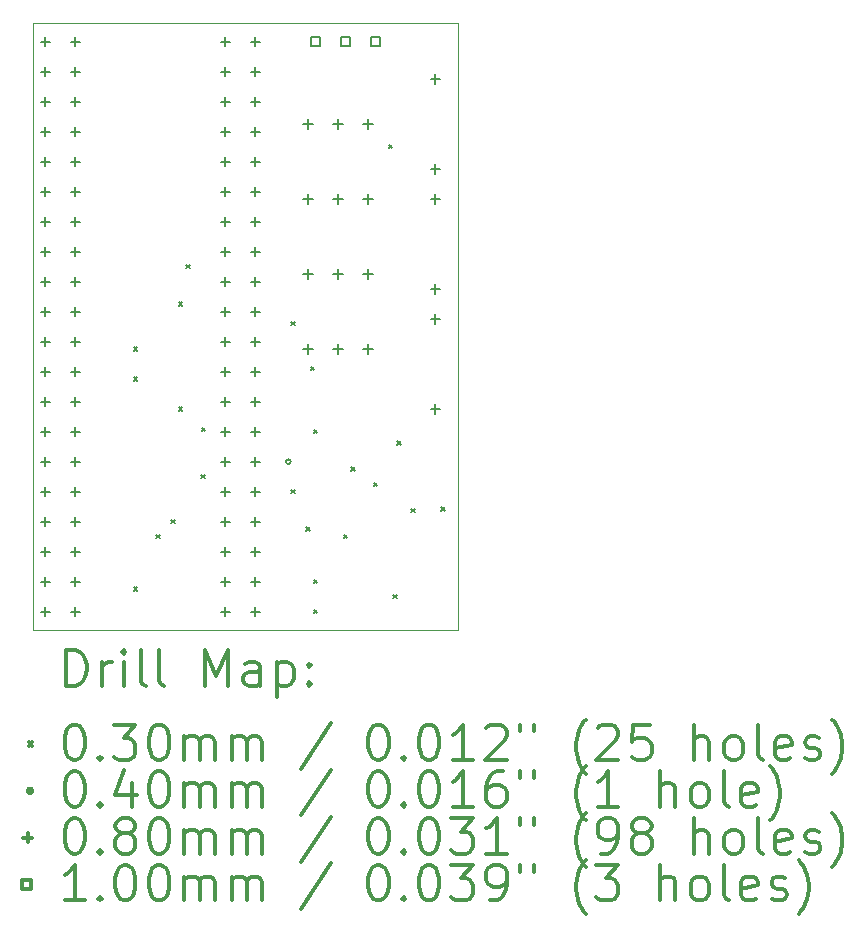
<source format=gbr>
%FSLAX45Y45*%
G04 Gerber Fmt 4.5, Leading zero omitted, Abs format (unit mm)*
G04 Created by KiCad (PCBNEW (5.1.2)-1) date 2019-11-25 21:42:11*
%MOMM*%
%LPD*%
G04 APERTURE LIST*
%ADD10C,0.050000*%
%ADD11C,0.200000*%
%ADD12C,0.300000*%
G04 APERTURE END LIST*
D10*
X9588500Y-4349750D02*
X5988050Y-4349750D01*
X9588500Y-9493250D02*
X9588500Y-4349750D01*
X5988050Y-9493250D02*
X9588500Y-9493250D01*
X5988050Y-4349750D02*
X5988050Y-9493250D01*
D11*
X6843000Y-7097000D02*
X6873000Y-7127000D01*
X6873000Y-7097000D02*
X6843000Y-7127000D01*
X6843000Y-7351000D02*
X6873000Y-7381000D01*
X6873000Y-7351000D02*
X6843000Y-7381000D01*
X6843000Y-9129000D02*
X6873000Y-9159000D01*
X6873000Y-9129000D02*
X6843000Y-9159000D01*
X7033500Y-8684500D02*
X7063500Y-8714500D01*
X7063500Y-8684500D02*
X7033500Y-8714500D01*
X7160500Y-8557500D02*
X7190500Y-8587500D01*
X7190500Y-8557500D02*
X7160500Y-8587500D01*
X7224000Y-6716000D02*
X7254000Y-6746000D01*
X7254000Y-6716000D02*
X7224000Y-6746000D01*
X7224000Y-7605000D02*
X7254000Y-7635000D01*
X7254000Y-7605000D02*
X7224000Y-7635000D01*
X7287500Y-6398500D02*
X7317500Y-6428500D01*
X7317500Y-6398500D02*
X7287500Y-6428500D01*
X7414500Y-8176500D02*
X7444500Y-8206500D01*
X7444500Y-8176500D02*
X7414500Y-8206500D01*
X7418310Y-7777720D02*
X7448310Y-7807720D01*
X7448310Y-7777720D02*
X7418310Y-7807720D01*
X8176500Y-6881100D02*
X8206500Y-6911100D01*
X8206500Y-6881100D02*
X8176500Y-6911100D01*
X8176500Y-8303500D02*
X8206500Y-8333500D01*
X8206500Y-8303500D02*
X8176500Y-8333500D01*
X8303500Y-8621000D02*
X8333500Y-8651000D01*
X8333500Y-8621000D02*
X8303500Y-8651000D01*
X8341600Y-7262100D02*
X8371600Y-7292100D01*
X8371600Y-7262100D02*
X8341600Y-7292100D01*
X8367000Y-7795500D02*
X8397000Y-7825500D01*
X8397000Y-7795500D02*
X8367000Y-7825500D01*
X8367000Y-9065500D02*
X8397000Y-9095500D01*
X8397000Y-9065500D02*
X8367000Y-9095500D01*
X8367000Y-9319500D02*
X8397000Y-9349500D01*
X8397000Y-9319500D02*
X8367000Y-9349500D01*
X8621000Y-8684500D02*
X8651000Y-8714500D01*
X8651000Y-8684500D02*
X8621000Y-8714500D01*
X8684500Y-8113000D02*
X8714500Y-8143000D01*
X8714500Y-8113000D02*
X8684500Y-8143000D01*
X8873679Y-8242321D02*
X8903679Y-8272321D01*
X8903679Y-8242321D02*
X8873679Y-8272321D01*
X9002000Y-5382500D02*
X9032000Y-5412500D01*
X9032000Y-5382500D02*
X9002000Y-5412500D01*
X9041000Y-9191600D02*
X9071000Y-9221600D01*
X9071000Y-9191600D02*
X9041000Y-9221600D01*
X9071850Y-7890750D02*
X9101850Y-7920750D01*
X9101850Y-7890750D02*
X9071850Y-7920750D01*
X9192500Y-8462250D02*
X9222500Y-8492250D01*
X9222500Y-8462250D02*
X9192500Y-8492250D01*
X9446500Y-8449550D02*
X9476500Y-8479550D01*
X9476500Y-8449550D02*
X9446500Y-8479550D01*
X8172500Y-8064500D02*
G75*
G03X8172500Y-8064500I-20000J0D01*
G01*
X8318500Y-5167000D02*
X8318500Y-5247000D01*
X8278500Y-5207000D02*
X8358500Y-5207000D01*
X8572500Y-5167000D02*
X8572500Y-5247000D01*
X8532500Y-5207000D02*
X8612500Y-5207000D01*
X8826500Y-5167000D02*
X8826500Y-5247000D01*
X8786500Y-5207000D02*
X8866500Y-5207000D01*
X9398000Y-4786000D02*
X9398000Y-4866000D01*
X9358000Y-4826000D02*
X9438000Y-4826000D01*
X9398000Y-5548000D02*
X9398000Y-5628000D01*
X9358000Y-5588000D02*
X9438000Y-5588000D01*
X8318500Y-5802000D02*
X8318500Y-5882000D01*
X8278500Y-5842000D02*
X8358500Y-5842000D01*
X8572500Y-5802000D02*
X8572500Y-5882000D01*
X8532500Y-5842000D02*
X8612500Y-5842000D01*
X8826500Y-5802000D02*
X8826500Y-5882000D01*
X8786500Y-5842000D02*
X8866500Y-5842000D01*
X8318500Y-6437000D02*
X8318500Y-6517000D01*
X8278500Y-6477000D02*
X8358500Y-6477000D01*
X8572500Y-6437000D02*
X8572500Y-6517000D01*
X8532500Y-6477000D02*
X8612500Y-6477000D01*
X8826500Y-6437000D02*
X8826500Y-6517000D01*
X8786500Y-6477000D02*
X8866500Y-6477000D01*
X6096000Y-4468500D02*
X6096000Y-4548500D01*
X6056000Y-4508500D02*
X6136000Y-4508500D01*
X6096000Y-4722500D02*
X6096000Y-4802500D01*
X6056000Y-4762500D02*
X6136000Y-4762500D01*
X6096000Y-4976500D02*
X6096000Y-5056500D01*
X6056000Y-5016500D02*
X6136000Y-5016500D01*
X6096000Y-5230500D02*
X6096000Y-5310500D01*
X6056000Y-5270500D02*
X6136000Y-5270500D01*
X6096000Y-5484500D02*
X6096000Y-5564500D01*
X6056000Y-5524500D02*
X6136000Y-5524500D01*
X6096000Y-5738500D02*
X6096000Y-5818500D01*
X6056000Y-5778500D02*
X6136000Y-5778500D01*
X6096000Y-5992500D02*
X6096000Y-6072500D01*
X6056000Y-6032500D02*
X6136000Y-6032500D01*
X6096000Y-6246500D02*
X6096000Y-6326500D01*
X6056000Y-6286500D02*
X6136000Y-6286500D01*
X6096000Y-6500500D02*
X6096000Y-6580500D01*
X6056000Y-6540500D02*
X6136000Y-6540500D01*
X6096000Y-6754500D02*
X6096000Y-6834500D01*
X6056000Y-6794500D02*
X6136000Y-6794500D01*
X6096000Y-7008500D02*
X6096000Y-7088500D01*
X6056000Y-7048500D02*
X6136000Y-7048500D01*
X6096000Y-7262500D02*
X6096000Y-7342500D01*
X6056000Y-7302500D02*
X6136000Y-7302500D01*
X6096000Y-7516500D02*
X6096000Y-7596500D01*
X6056000Y-7556500D02*
X6136000Y-7556500D01*
X6096000Y-7770500D02*
X6096000Y-7850500D01*
X6056000Y-7810500D02*
X6136000Y-7810500D01*
X6096000Y-8024500D02*
X6096000Y-8104500D01*
X6056000Y-8064500D02*
X6136000Y-8064500D01*
X6096000Y-8278500D02*
X6096000Y-8358500D01*
X6056000Y-8318500D02*
X6136000Y-8318500D01*
X6096000Y-8532500D02*
X6096000Y-8612500D01*
X6056000Y-8572500D02*
X6136000Y-8572500D01*
X6096000Y-8786500D02*
X6096000Y-8866500D01*
X6056000Y-8826500D02*
X6136000Y-8826500D01*
X6096000Y-9040500D02*
X6096000Y-9120500D01*
X6056000Y-9080500D02*
X6136000Y-9080500D01*
X6096000Y-9294500D02*
X6096000Y-9374500D01*
X6056000Y-9334500D02*
X6136000Y-9334500D01*
X7620000Y-4468500D02*
X7620000Y-4548500D01*
X7580000Y-4508500D02*
X7660000Y-4508500D01*
X7620000Y-4722500D02*
X7620000Y-4802500D01*
X7580000Y-4762500D02*
X7660000Y-4762500D01*
X7620000Y-4976500D02*
X7620000Y-5056500D01*
X7580000Y-5016500D02*
X7660000Y-5016500D01*
X7620000Y-5230500D02*
X7620000Y-5310500D01*
X7580000Y-5270500D02*
X7660000Y-5270500D01*
X7620000Y-5484500D02*
X7620000Y-5564500D01*
X7580000Y-5524500D02*
X7660000Y-5524500D01*
X7620000Y-5738500D02*
X7620000Y-5818500D01*
X7580000Y-5778500D02*
X7660000Y-5778500D01*
X7620000Y-5992500D02*
X7620000Y-6072500D01*
X7580000Y-6032500D02*
X7660000Y-6032500D01*
X7620000Y-6246500D02*
X7620000Y-6326500D01*
X7580000Y-6286500D02*
X7660000Y-6286500D01*
X7620000Y-6500500D02*
X7620000Y-6580500D01*
X7580000Y-6540500D02*
X7660000Y-6540500D01*
X7620000Y-6754500D02*
X7620000Y-6834500D01*
X7580000Y-6794500D02*
X7660000Y-6794500D01*
X7620000Y-7008500D02*
X7620000Y-7088500D01*
X7580000Y-7048500D02*
X7660000Y-7048500D01*
X7620000Y-7262500D02*
X7620000Y-7342500D01*
X7580000Y-7302500D02*
X7660000Y-7302500D01*
X7620000Y-7516500D02*
X7620000Y-7596500D01*
X7580000Y-7556500D02*
X7660000Y-7556500D01*
X7620000Y-7770500D02*
X7620000Y-7850500D01*
X7580000Y-7810500D02*
X7660000Y-7810500D01*
X7620000Y-8024500D02*
X7620000Y-8104500D01*
X7580000Y-8064500D02*
X7660000Y-8064500D01*
X7620000Y-8278500D02*
X7620000Y-8358500D01*
X7580000Y-8318500D02*
X7660000Y-8318500D01*
X7620000Y-8532500D02*
X7620000Y-8612500D01*
X7580000Y-8572500D02*
X7660000Y-8572500D01*
X7620000Y-8786500D02*
X7620000Y-8866500D01*
X7580000Y-8826500D02*
X7660000Y-8826500D01*
X7620000Y-9040500D02*
X7620000Y-9120500D01*
X7580000Y-9080500D02*
X7660000Y-9080500D01*
X7620000Y-9294500D02*
X7620000Y-9374500D01*
X7580000Y-9334500D02*
X7660000Y-9334500D01*
X6350000Y-4468500D02*
X6350000Y-4548500D01*
X6310000Y-4508500D02*
X6390000Y-4508500D01*
X6350000Y-4722500D02*
X6350000Y-4802500D01*
X6310000Y-4762500D02*
X6390000Y-4762500D01*
X6350000Y-4976500D02*
X6350000Y-5056500D01*
X6310000Y-5016500D02*
X6390000Y-5016500D01*
X6350000Y-5230500D02*
X6350000Y-5310500D01*
X6310000Y-5270500D02*
X6390000Y-5270500D01*
X6350000Y-5484500D02*
X6350000Y-5564500D01*
X6310000Y-5524500D02*
X6390000Y-5524500D01*
X6350000Y-5738500D02*
X6350000Y-5818500D01*
X6310000Y-5778500D02*
X6390000Y-5778500D01*
X6350000Y-5992500D02*
X6350000Y-6072500D01*
X6310000Y-6032500D02*
X6390000Y-6032500D01*
X6350000Y-6246500D02*
X6350000Y-6326500D01*
X6310000Y-6286500D02*
X6390000Y-6286500D01*
X6350000Y-6500500D02*
X6350000Y-6580500D01*
X6310000Y-6540500D02*
X6390000Y-6540500D01*
X6350000Y-6754500D02*
X6350000Y-6834500D01*
X6310000Y-6794500D02*
X6390000Y-6794500D01*
X6350000Y-7008500D02*
X6350000Y-7088500D01*
X6310000Y-7048500D02*
X6390000Y-7048500D01*
X6350000Y-7262500D02*
X6350000Y-7342500D01*
X6310000Y-7302500D02*
X6390000Y-7302500D01*
X6350000Y-7516500D02*
X6350000Y-7596500D01*
X6310000Y-7556500D02*
X6390000Y-7556500D01*
X6350000Y-7770500D02*
X6350000Y-7850500D01*
X6310000Y-7810500D02*
X6390000Y-7810500D01*
X6350000Y-8024500D02*
X6350000Y-8104500D01*
X6310000Y-8064500D02*
X6390000Y-8064500D01*
X6350000Y-8278500D02*
X6350000Y-8358500D01*
X6310000Y-8318500D02*
X6390000Y-8318500D01*
X6350000Y-8532500D02*
X6350000Y-8612500D01*
X6310000Y-8572500D02*
X6390000Y-8572500D01*
X6350000Y-8786500D02*
X6350000Y-8866500D01*
X6310000Y-8826500D02*
X6390000Y-8826500D01*
X6350000Y-9040500D02*
X6350000Y-9120500D01*
X6310000Y-9080500D02*
X6390000Y-9080500D01*
X6350000Y-9294500D02*
X6350000Y-9374500D01*
X6310000Y-9334500D02*
X6390000Y-9334500D01*
X7874000Y-4468500D02*
X7874000Y-4548500D01*
X7834000Y-4508500D02*
X7914000Y-4508500D01*
X7874000Y-4722500D02*
X7874000Y-4802500D01*
X7834000Y-4762500D02*
X7914000Y-4762500D01*
X7874000Y-4976500D02*
X7874000Y-5056500D01*
X7834000Y-5016500D02*
X7914000Y-5016500D01*
X7874000Y-5230500D02*
X7874000Y-5310500D01*
X7834000Y-5270500D02*
X7914000Y-5270500D01*
X7874000Y-5484500D02*
X7874000Y-5564500D01*
X7834000Y-5524500D02*
X7914000Y-5524500D01*
X7874000Y-5738500D02*
X7874000Y-5818500D01*
X7834000Y-5778500D02*
X7914000Y-5778500D01*
X7874000Y-5992500D02*
X7874000Y-6072500D01*
X7834000Y-6032500D02*
X7914000Y-6032500D01*
X7874000Y-6246500D02*
X7874000Y-6326500D01*
X7834000Y-6286500D02*
X7914000Y-6286500D01*
X7874000Y-6500500D02*
X7874000Y-6580500D01*
X7834000Y-6540500D02*
X7914000Y-6540500D01*
X7874000Y-6754500D02*
X7874000Y-6834500D01*
X7834000Y-6794500D02*
X7914000Y-6794500D01*
X7874000Y-7008500D02*
X7874000Y-7088500D01*
X7834000Y-7048500D02*
X7914000Y-7048500D01*
X7874000Y-7262500D02*
X7874000Y-7342500D01*
X7834000Y-7302500D02*
X7914000Y-7302500D01*
X7874000Y-7516500D02*
X7874000Y-7596500D01*
X7834000Y-7556500D02*
X7914000Y-7556500D01*
X7874000Y-7770500D02*
X7874000Y-7850500D01*
X7834000Y-7810500D02*
X7914000Y-7810500D01*
X7874000Y-8024500D02*
X7874000Y-8104500D01*
X7834000Y-8064500D02*
X7914000Y-8064500D01*
X7874000Y-8278500D02*
X7874000Y-8358500D01*
X7834000Y-8318500D02*
X7914000Y-8318500D01*
X7874000Y-8532500D02*
X7874000Y-8612500D01*
X7834000Y-8572500D02*
X7914000Y-8572500D01*
X7874000Y-8786500D02*
X7874000Y-8866500D01*
X7834000Y-8826500D02*
X7914000Y-8826500D01*
X7874000Y-9040500D02*
X7874000Y-9120500D01*
X7834000Y-9080500D02*
X7914000Y-9080500D01*
X7874000Y-9294500D02*
X7874000Y-9374500D01*
X7834000Y-9334500D02*
X7914000Y-9334500D01*
X9398000Y-5802000D02*
X9398000Y-5882000D01*
X9358000Y-5842000D02*
X9438000Y-5842000D01*
X9398000Y-6564000D02*
X9398000Y-6644000D01*
X9358000Y-6604000D02*
X9438000Y-6604000D01*
X8318500Y-7072000D02*
X8318500Y-7152000D01*
X8278500Y-7112000D02*
X8358500Y-7112000D01*
X8572500Y-7072000D02*
X8572500Y-7152000D01*
X8532500Y-7112000D02*
X8612500Y-7112000D01*
X8826500Y-7072000D02*
X8826500Y-7152000D01*
X8786500Y-7112000D02*
X8866500Y-7112000D01*
X9398000Y-6818000D02*
X9398000Y-6898000D01*
X9358000Y-6858000D02*
X9438000Y-6858000D01*
X9398000Y-7580000D02*
X9398000Y-7660000D01*
X9358000Y-7620000D02*
X9438000Y-7620000D01*
X8418306Y-4543056D02*
X8418306Y-4472344D01*
X8347594Y-4472344D01*
X8347594Y-4543056D01*
X8418306Y-4543056D01*
X8672306Y-4543056D02*
X8672306Y-4472344D01*
X8601594Y-4472344D01*
X8601594Y-4543056D01*
X8672306Y-4543056D01*
X8926306Y-4543056D02*
X8926306Y-4472344D01*
X8855594Y-4472344D01*
X8855594Y-4543056D01*
X8926306Y-4543056D01*
D12*
X6271978Y-9961464D02*
X6271978Y-9661464D01*
X6343407Y-9661464D01*
X6386264Y-9675750D01*
X6414836Y-9704322D01*
X6429121Y-9732893D01*
X6443407Y-9790036D01*
X6443407Y-9832893D01*
X6429121Y-9890036D01*
X6414836Y-9918607D01*
X6386264Y-9947179D01*
X6343407Y-9961464D01*
X6271978Y-9961464D01*
X6571978Y-9961464D02*
X6571978Y-9761464D01*
X6571978Y-9818607D02*
X6586264Y-9790036D01*
X6600550Y-9775750D01*
X6629121Y-9761464D01*
X6657693Y-9761464D01*
X6757693Y-9961464D02*
X6757693Y-9761464D01*
X6757693Y-9661464D02*
X6743407Y-9675750D01*
X6757693Y-9690036D01*
X6771978Y-9675750D01*
X6757693Y-9661464D01*
X6757693Y-9690036D01*
X6943407Y-9961464D02*
X6914836Y-9947179D01*
X6900550Y-9918607D01*
X6900550Y-9661464D01*
X7100550Y-9961464D02*
X7071978Y-9947179D01*
X7057693Y-9918607D01*
X7057693Y-9661464D01*
X7443407Y-9961464D02*
X7443407Y-9661464D01*
X7543407Y-9875750D01*
X7643407Y-9661464D01*
X7643407Y-9961464D01*
X7914836Y-9961464D02*
X7914836Y-9804322D01*
X7900550Y-9775750D01*
X7871978Y-9761464D01*
X7814836Y-9761464D01*
X7786264Y-9775750D01*
X7914836Y-9947179D02*
X7886264Y-9961464D01*
X7814836Y-9961464D01*
X7786264Y-9947179D01*
X7771978Y-9918607D01*
X7771978Y-9890036D01*
X7786264Y-9861464D01*
X7814836Y-9847179D01*
X7886264Y-9847179D01*
X7914836Y-9832893D01*
X8057693Y-9761464D02*
X8057693Y-10061464D01*
X8057693Y-9775750D02*
X8086264Y-9761464D01*
X8143407Y-9761464D01*
X8171978Y-9775750D01*
X8186264Y-9790036D01*
X8200550Y-9818607D01*
X8200550Y-9904322D01*
X8186264Y-9932893D01*
X8171978Y-9947179D01*
X8143407Y-9961464D01*
X8086264Y-9961464D01*
X8057693Y-9947179D01*
X8329121Y-9932893D02*
X8343407Y-9947179D01*
X8329121Y-9961464D01*
X8314836Y-9947179D01*
X8329121Y-9932893D01*
X8329121Y-9961464D01*
X8329121Y-9775750D02*
X8343407Y-9790036D01*
X8329121Y-9804322D01*
X8314836Y-9790036D01*
X8329121Y-9775750D01*
X8329121Y-9804322D01*
X5955550Y-10440750D02*
X5985550Y-10470750D01*
X5985550Y-10440750D02*
X5955550Y-10470750D01*
X6329121Y-10291464D02*
X6357693Y-10291464D01*
X6386264Y-10305750D01*
X6400550Y-10320036D01*
X6414836Y-10348607D01*
X6429121Y-10405750D01*
X6429121Y-10477179D01*
X6414836Y-10534322D01*
X6400550Y-10562893D01*
X6386264Y-10577179D01*
X6357693Y-10591464D01*
X6329121Y-10591464D01*
X6300550Y-10577179D01*
X6286264Y-10562893D01*
X6271978Y-10534322D01*
X6257693Y-10477179D01*
X6257693Y-10405750D01*
X6271978Y-10348607D01*
X6286264Y-10320036D01*
X6300550Y-10305750D01*
X6329121Y-10291464D01*
X6557693Y-10562893D02*
X6571978Y-10577179D01*
X6557693Y-10591464D01*
X6543407Y-10577179D01*
X6557693Y-10562893D01*
X6557693Y-10591464D01*
X6671978Y-10291464D02*
X6857693Y-10291464D01*
X6757693Y-10405750D01*
X6800550Y-10405750D01*
X6829121Y-10420036D01*
X6843407Y-10434322D01*
X6857693Y-10462893D01*
X6857693Y-10534322D01*
X6843407Y-10562893D01*
X6829121Y-10577179D01*
X6800550Y-10591464D01*
X6714836Y-10591464D01*
X6686264Y-10577179D01*
X6671978Y-10562893D01*
X7043407Y-10291464D02*
X7071978Y-10291464D01*
X7100550Y-10305750D01*
X7114836Y-10320036D01*
X7129121Y-10348607D01*
X7143407Y-10405750D01*
X7143407Y-10477179D01*
X7129121Y-10534322D01*
X7114836Y-10562893D01*
X7100550Y-10577179D01*
X7071978Y-10591464D01*
X7043407Y-10591464D01*
X7014836Y-10577179D01*
X7000550Y-10562893D01*
X6986264Y-10534322D01*
X6971978Y-10477179D01*
X6971978Y-10405750D01*
X6986264Y-10348607D01*
X7000550Y-10320036D01*
X7014836Y-10305750D01*
X7043407Y-10291464D01*
X7271978Y-10591464D02*
X7271978Y-10391464D01*
X7271978Y-10420036D02*
X7286264Y-10405750D01*
X7314836Y-10391464D01*
X7357693Y-10391464D01*
X7386264Y-10405750D01*
X7400550Y-10434322D01*
X7400550Y-10591464D01*
X7400550Y-10434322D02*
X7414836Y-10405750D01*
X7443407Y-10391464D01*
X7486264Y-10391464D01*
X7514836Y-10405750D01*
X7529121Y-10434322D01*
X7529121Y-10591464D01*
X7671978Y-10591464D02*
X7671978Y-10391464D01*
X7671978Y-10420036D02*
X7686264Y-10405750D01*
X7714836Y-10391464D01*
X7757693Y-10391464D01*
X7786264Y-10405750D01*
X7800550Y-10434322D01*
X7800550Y-10591464D01*
X7800550Y-10434322D02*
X7814836Y-10405750D01*
X7843407Y-10391464D01*
X7886264Y-10391464D01*
X7914836Y-10405750D01*
X7929121Y-10434322D01*
X7929121Y-10591464D01*
X8514836Y-10277179D02*
X8257693Y-10662893D01*
X8900550Y-10291464D02*
X8929121Y-10291464D01*
X8957693Y-10305750D01*
X8971978Y-10320036D01*
X8986264Y-10348607D01*
X9000550Y-10405750D01*
X9000550Y-10477179D01*
X8986264Y-10534322D01*
X8971978Y-10562893D01*
X8957693Y-10577179D01*
X8929121Y-10591464D01*
X8900550Y-10591464D01*
X8871978Y-10577179D01*
X8857693Y-10562893D01*
X8843407Y-10534322D01*
X8829121Y-10477179D01*
X8829121Y-10405750D01*
X8843407Y-10348607D01*
X8857693Y-10320036D01*
X8871978Y-10305750D01*
X8900550Y-10291464D01*
X9129121Y-10562893D02*
X9143407Y-10577179D01*
X9129121Y-10591464D01*
X9114836Y-10577179D01*
X9129121Y-10562893D01*
X9129121Y-10591464D01*
X9329121Y-10291464D02*
X9357693Y-10291464D01*
X9386264Y-10305750D01*
X9400550Y-10320036D01*
X9414836Y-10348607D01*
X9429121Y-10405750D01*
X9429121Y-10477179D01*
X9414836Y-10534322D01*
X9400550Y-10562893D01*
X9386264Y-10577179D01*
X9357693Y-10591464D01*
X9329121Y-10591464D01*
X9300550Y-10577179D01*
X9286264Y-10562893D01*
X9271978Y-10534322D01*
X9257693Y-10477179D01*
X9257693Y-10405750D01*
X9271978Y-10348607D01*
X9286264Y-10320036D01*
X9300550Y-10305750D01*
X9329121Y-10291464D01*
X9714836Y-10591464D02*
X9543407Y-10591464D01*
X9629121Y-10591464D02*
X9629121Y-10291464D01*
X9600550Y-10334322D01*
X9571978Y-10362893D01*
X9543407Y-10377179D01*
X9829121Y-10320036D02*
X9843407Y-10305750D01*
X9871978Y-10291464D01*
X9943407Y-10291464D01*
X9971978Y-10305750D01*
X9986264Y-10320036D01*
X10000550Y-10348607D01*
X10000550Y-10377179D01*
X9986264Y-10420036D01*
X9814836Y-10591464D01*
X10000550Y-10591464D01*
X10114836Y-10291464D02*
X10114836Y-10348607D01*
X10229121Y-10291464D02*
X10229121Y-10348607D01*
X10671978Y-10705750D02*
X10657693Y-10691464D01*
X10629121Y-10648607D01*
X10614836Y-10620036D01*
X10600550Y-10577179D01*
X10586264Y-10505750D01*
X10586264Y-10448607D01*
X10600550Y-10377179D01*
X10614836Y-10334322D01*
X10629121Y-10305750D01*
X10657693Y-10262893D01*
X10671978Y-10248607D01*
X10771978Y-10320036D02*
X10786264Y-10305750D01*
X10814836Y-10291464D01*
X10886264Y-10291464D01*
X10914836Y-10305750D01*
X10929121Y-10320036D01*
X10943407Y-10348607D01*
X10943407Y-10377179D01*
X10929121Y-10420036D01*
X10757693Y-10591464D01*
X10943407Y-10591464D01*
X11214836Y-10291464D02*
X11071978Y-10291464D01*
X11057693Y-10434322D01*
X11071978Y-10420036D01*
X11100550Y-10405750D01*
X11171978Y-10405750D01*
X11200550Y-10420036D01*
X11214836Y-10434322D01*
X11229121Y-10462893D01*
X11229121Y-10534322D01*
X11214836Y-10562893D01*
X11200550Y-10577179D01*
X11171978Y-10591464D01*
X11100550Y-10591464D01*
X11071978Y-10577179D01*
X11057693Y-10562893D01*
X11586264Y-10591464D02*
X11586264Y-10291464D01*
X11714836Y-10591464D02*
X11714836Y-10434322D01*
X11700550Y-10405750D01*
X11671978Y-10391464D01*
X11629121Y-10391464D01*
X11600550Y-10405750D01*
X11586264Y-10420036D01*
X11900550Y-10591464D02*
X11871978Y-10577179D01*
X11857693Y-10562893D01*
X11843407Y-10534322D01*
X11843407Y-10448607D01*
X11857693Y-10420036D01*
X11871978Y-10405750D01*
X11900550Y-10391464D01*
X11943407Y-10391464D01*
X11971978Y-10405750D01*
X11986264Y-10420036D01*
X12000550Y-10448607D01*
X12000550Y-10534322D01*
X11986264Y-10562893D01*
X11971978Y-10577179D01*
X11943407Y-10591464D01*
X11900550Y-10591464D01*
X12171978Y-10591464D02*
X12143407Y-10577179D01*
X12129121Y-10548607D01*
X12129121Y-10291464D01*
X12400550Y-10577179D02*
X12371978Y-10591464D01*
X12314836Y-10591464D01*
X12286264Y-10577179D01*
X12271978Y-10548607D01*
X12271978Y-10434322D01*
X12286264Y-10405750D01*
X12314836Y-10391464D01*
X12371978Y-10391464D01*
X12400550Y-10405750D01*
X12414836Y-10434322D01*
X12414836Y-10462893D01*
X12271978Y-10491464D01*
X12529121Y-10577179D02*
X12557693Y-10591464D01*
X12614836Y-10591464D01*
X12643407Y-10577179D01*
X12657693Y-10548607D01*
X12657693Y-10534322D01*
X12643407Y-10505750D01*
X12614836Y-10491464D01*
X12571978Y-10491464D01*
X12543407Y-10477179D01*
X12529121Y-10448607D01*
X12529121Y-10434322D01*
X12543407Y-10405750D01*
X12571978Y-10391464D01*
X12614836Y-10391464D01*
X12643407Y-10405750D01*
X12757693Y-10705750D02*
X12771978Y-10691464D01*
X12800550Y-10648607D01*
X12814836Y-10620036D01*
X12829121Y-10577179D01*
X12843407Y-10505750D01*
X12843407Y-10448607D01*
X12829121Y-10377179D01*
X12814836Y-10334322D01*
X12800550Y-10305750D01*
X12771978Y-10262893D01*
X12757693Y-10248607D01*
X5985550Y-10851750D02*
G75*
G03X5985550Y-10851750I-20000J0D01*
G01*
X6329121Y-10687464D02*
X6357693Y-10687464D01*
X6386264Y-10701750D01*
X6400550Y-10716036D01*
X6414836Y-10744607D01*
X6429121Y-10801750D01*
X6429121Y-10873179D01*
X6414836Y-10930322D01*
X6400550Y-10958893D01*
X6386264Y-10973179D01*
X6357693Y-10987464D01*
X6329121Y-10987464D01*
X6300550Y-10973179D01*
X6286264Y-10958893D01*
X6271978Y-10930322D01*
X6257693Y-10873179D01*
X6257693Y-10801750D01*
X6271978Y-10744607D01*
X6286264Y-10716036D01*
X6300550Y-10701750D01*
X6329121Y-10687464D01*
X6557693Y-10958893D02*
X6571978Y-10973179D01*
X6557693Y-10987464D01*
X6543407Y-10973179D01*
X6557693Y-10958893D01*
X6557693Y-10987464D01*
X6829121Y-10787464D02*
X6829121Y-10987464D01*
X6757693Y-10673179D02*
X6686264Y-10887464D01*
X6871978Y-10887464D01*
X7043407Y-10687464D02*
X7071978Y-10687464D01*
X7100550Y-10701750D01*
X7114836Y-10716036D01*
X7129121Y-10744607D01*
X7143407Y-10801750D01*
X7143407Y-10873179D01*
X7129121Y-10930322D01*
X7114836Y-10958893D01*
X7100550Y-10973179D01*
X7071978Y-10987464D01*
X7043407Y-10987464D01*
X7014836Y-10973179D01*
X7000550Y-10958893D01*
X6986264Y-10930322D01*
X6971978Y-10873179D01*
X6971978Y-10801750D01*
X6986264Y-10744607D01*
X7000550Y-10716036D01*
X7014836Y-10701750D01*
X7043407Y-10687464D01*
X7271978Y-10987464D02*
X7271978Y-10787464D01*
X7271978Y-10816036D02*
X7286264Y-10801750D01*
X7314836Y-10787464D01*
X7357693Y-10787464D01*
X7386264Y-10801750D01*
X7400550Y-10830322D01*
X7400550Y-10987464D01*
X7400550Y-10830322D02*
X7414836Y-10801750D01*
X7443407Y-10787464D01*
X7486264Y-10787464D01*
X7514836Y-10801750D01*
X7529121Y-10830322D01*
X7529121Y-10987464D01*
X7671978Y-10987464D02*
X7671978Y-10787464D01*
X7671978Y-10816036D02*
X7686264Y-10801750D01*
X7714836Y-10787464D01*
X7757693Y-10787464D01*
X7786264Y-10801750D01*
X7800550Y-10830322D01*
X7800550Y-10987464D01*
X7800550Y-10830322D02*
X7814836Y-10801750D01*
X7843407Y-10787464D01*
X7886264Y-10787464D01*
X7914836Y-10801750D01*
X7929121Y-10830322D01*
X7929121Y-10987464D01*
X8514836Y-10673179D02*
X8257693Y-11058893D01*
X8900550Y-10687464D02*
X8929121Y-10687464D01*
X8957693Y-10701750D01*
X8971978Y-10716036D01*
X8986264Y-10744607D01*
X9000550Y-10801750D01*
X9000550Y-10873179D01*
X8986264Y-10930322D01*
X8971978Y-10958893D01*
X8957693Y-10973179D01*
X8929121Y-10987464D01*
X8900550Y-10987464D01*
X8871978Y-10973179D01*
X8857693Y-10958893D01*
X8843407Y-10930322D01*
X8829121Y-10873179D01*
X8829121Y-10801750D01*
X8843407Y-10744607D01*
X8857693Y-10716036D01*
X8871978Y-10701750D01*
X8900550Y-10687464D01*
X9129121Y-10958893D02*
X9143407Y-10973179D01*
X9129121Y-10987464D01*
X9114836Y-10973179D01*
X9129121Y-10958893D01*
X9129121Y-10987464D01*
X9329121Y-10687464D02*
X9357693Y-10687464D01*
X9386264Y-10701750D01*
X9400550Y-10716036D01*
X9414836Y-10744607D01*
X9429121Y-10801750D01*
X9429121Y-10873179D01*
X9414836Y-10930322D01*
X9400550Y-10958893D01*
X9386264Y-10973179D01*
X9357693Y-10987464D01*
X9329121Y-10987464D01*
X9300550Y-10973179D01*
X9286264Y-10958893D01*
X9271978Y-10930322D01*
X9257693Y-10873179D01*
X9257693Y-10801750D01*
X9271978Y-10744607D01*
X9286264Y-10716036D01*
X9300550Y-10701750D01*
X9329121Y-10687464D01*
X9714836Y-10987464D02*
X9543407Y-10987464D01*
X9629121Y-10987464D02*
X9629121Y-10687464D01*
X9600550Y-10730322D01*
X9571978Y-10758893D01*
X9543407Y-10773179D01*
X9971978Y-10687464D02*
X9914836Y-10687464D01*
X9886264Y-10701750D01*
X9871978Y-10716036D01*
X9843407Y-10758893D01*
X9829121Y-10816036D01*
X9829121Y-10930322D01*
X9843407Y-10958893D01*
X9857693Y-10973179D01*
X9886264Y-10987464D01*
X9943407Y-10987464D01*
X9971978Y-10973179D01*
X9986264Y-10958893D01*
X10000550Y-10930322D01*
X10000550Y-10858893D01*
X9986264Y-10830322D01*
X9971978Y-10816036D01*
X9943407Y-10801750D01*
X9886264Y-10801750D01*
X9857693Y-10816036D01*
X9843407Y-10830322D01*
X9829121Y-10858893D01*
X10114836Y-10687464D02*
X10114836Y-10744607D01*
X10229121Y-10687464D02*
X10229121Y-10744607D01*
X10671978Y-11101750D02*
X10657693Y-11087464D01*
X10629121Y-11044607D01*
X10614836Y-11016036D01*
X10600550Y-10973179D01*
X10586264Y-10901750D01*
X10586264Y-10844607D01*
X10600550Y-10773179D01*
X10614836Y-10730322D01*
X10629121Y-10701750D01*
X10657693Y-10658893D01*
X10671978Y-10644607D01*
X10943407Y-10987464D02*
X10771978Y-10987464D01*
X10857693Y-10987464D02*
X10857693Y-10687464D01*
X10829121Y-10730322D01*
X10800550Y-10758893D01*
X10771978Y-10773179D01*
X11300550Y-10987464D02*
X11300550Y-10687464D01*
X11429121Y-10987464D02*
X11429121Y-10830322D01*
X11414836Y-10801750D01*
X11386264Y-10787464D01*
X11343407Y-10787464D01*
X11314836Y-10801750D01*
X11300550Y-10816036D01*
X11614836Y-10987464D02*
X11586264Y-10973179D01*
X11571978Y-10958893D01*
X11557693Y-10930322D01*
X11557693Y-10844607D01*
X11571978Y-10816036D01*
X11586264Y-10801750D01*
X11614836Y-10787464D01*
X11657693Y-10787464D01*
X11686264Y-10801750D01*
X11700550Y-10816036D01*
X11714836Y-10844607D01*
X11714836Y-10930322D01*
X11700550Y-10958893D01*
X11686264Y-10973179D01*
X11657693Y-10987464D01*
X11614836Y-10987464D01*
X11886264Y-10987464D02*
X11857693Y-10973179D01*
X11843407Y-10944607D01*
X11843407Y-10687464D01*
X12114836Y-10973179D02*
X12086264Y-10987464D01*
X12029121Y-10987464D01*
X12000550Y-10973179D01*
X11986264Y-10944607D01*
X11986264Y-10830322D01*
X12000550Y-10801750D01*
X12029121Y-10787464D01*
X12086264Y-10787464D01*
X12114836Y-10801750D01*
X12129121Y-10830322D01*
X12129121Y-10858893D01*
X11986264Y-10887464D01*
X12229121Y-11101750D02*
X12243407Y-11087464D01*
X12271978Y-11044607D01*
X12286264Y-11016036D01*
X12300550Y-10973179D01*
X12314836Y-10901750D01*
X12314836Y-10844607D01*
X12300550Y-10773179D01*
X12286264Y-10730322D01*
X12271978Y-10701750D01*
X12243407Y-10658893D01*
X12229121Y-10644607D01*
X5945550Y-11207750D02*
X5945550Y-11287750D01*
X5905550Y-11247750D02*
X5985550Y-11247750D01*
X6329121Y-11083464D02*
X6357693Y-11083464D01*
X6386264Y-11097750D01*
X6400550Y-11112036D01*
X6414836Y-11140607D01*
X6429121Y-11197750D01*
X6429121Y-11269179D01*
X6414836Y-11326321D01*
X6400550Y-11354893D01*
X6386264Y-11369179D01*
X6357693Y-11383464D01*
X6329121Y-11383464D01*
X6300550Y-11369179D01*
X6286264Y-11354893D01*
X6271978Y-11326321D01*
X6257693Y-11269179D01*
X6257693Y-11197750D01*
X6271978Y-11140607D01*
X6286264Y-11112036D01*
X6300550Y-11097750D01*
X6329121Y-11083464D01*
X6557693Y-11354893D02*
X6571978Y-11369179D01*
X6557693Y-11383464D01*
X6543407Y-11369179D01*
X6557693Y-11354893D01*
X6557693Y-11383464D01*
X6743407Y-11212036D02*
X6714836Y-11197750D01*
X6700550Y-11183464D01*
X6686264Y-11154893D01*
X6686264Y-11140607D01*
X6700550Y-11112036D01*
X6714836Y-11097750D01*
X6743407Y-11083464D01*
X6800550Y-11083464D01*
X6829121Y-11097750D01*
X6843407Y-11112036D01*
X6857693Y-11140607D01*
X6857693Y-11154893D01*
X6843407Y-11183464D01*
X6829121Y-11197750D01*
X6800550Y-11212036D01*
X6743407Y-11212036D01*
X6714836Y-11226321D01*
X6700550Y-11240607D01*
X6686264Y-11269179D01*
X6686264Y-11326321D01*
X6700550Y-11354893D01*
X6714836Y-11369179D01*
X6743407Y-11383464D01*
X6800550Y-11383464D01*
X6829121Y-11369179D01*
X6843407Y-11354893D01*
X6857693Y-11326321D01*
X6857693Y-11269179D01*
X6843407Y-11240607D01*
X6829121Y-11226321D01*
X6800550Y-11212036D01*
X7043407Y-11083464D02*
X7071978Y-11083464D01*
X7100550Y-11097750D01*
X7114836Y-11112036D01*
X7129121Y-11140607D01*
X7143407Y-11197750D01*
X7143407Y-11269179D01*
X7129121Y-11326321D01*
X7114836Y-11354893D01*
X7100550Y-11369179D01*
X7071978Y-11383464D01*
X7043407Y-11383464D01*
X7014836Y-11369179D01*
X7000550Y-11354893D01*
X6986264Y-11326321D01*
X6971978Y-11269179D01*
X6971978Y-11197750D01*
X6986264Y-11140607D01*
X7000550Y-11112036D01*
X7014836Y-11097750D01*
X7043407Y-11083464D01*
X7271978Y-11383464D02*
X7271978Y-11183464D01*
X7271978Y-11212036D02*
X7286264Y-11197750D01*
X7314836Y-11183464D01*
X7357693Y-11183464D01*
X7386264Y-11197750D01*
X7400550Y-11226321D01*
X7400550Y-11383464D01*
X7400550Y-11226321D02*
X7414836Y-11197750D01*
X7443407Y-11183464D01*
X7486264Y-11183464D01*
X7514836Y-11197750D01*
X7529121Y-11226321D01*
X7529121Y-11383464D01*
X7671978Y-11383464D02*
X7671978Y-11183464D01*
X7671978Y-11212036D02*
X7686264Y-11197750D01*
X7714836Y-11183464D01*
X7757693Y-11183464D01*
X7786264Y-11197750D01*
X7800550Y-11226321D01*
X7800550Y-11383464D01*
X7800550Y-11226321D02*
X7814836Y-11197750D01*
X7843407Y-11183464D01*
X7886264Y-11183464D01*
X7914836Y-11197750D01*
X7929121Y-11226321D01*
X7929121Y-11383464D01*
X8514836Y-11069179D02*
X8257693Y-11454893D01*
X8900550Y-11083464D02*
X8929121Y-11083464D01*
X8957693Y-11097750D01*
X8971978Y-11112036D01*
X8986264Y-11140607D01*
X9000550Y-11197750D01*
X9000550Y-11269179D01*
X8986264Y-11326321D01*
X8971978Y-11354893D01*
X8957693Y-11369179D01*
X8929121Y-11383464D01*
X8900550Y-11383464D01*
X8871978Y-11369179D01*
X8857693Y-11354893D01*
X8843407Y-11326321D01*
X8829121Y-11269179D01*
X8829121Y-11197750D01*
X8843407Y-11140607D01*
X8857693Y-11112036D01*
X8871978Y-11097750D01*
X8900550Y-11083464D01*
X9129121Y-11354893D02*
X9143407Y-11369179D01*
X9129121Y-11383464D01*
X9114836Y-11369179D01*
X9129121Y-11354893D01*
X9129121Y-11383464D01*
X9329121Y-11083464D02*
X9357693Y-11083464D01*
X9386264Y-11097750D01*
X9400550Y-11112036D01*
X9414836Y-11140607D01*
X9429121Y-11197750D01*
X9429121Y-11269179D01*
X9414836Y-11326321D01*
X9400550Y-11354893D01*
X9386264Y-11369179D01*
X9357693Y-11383464D01*
X9329121Y-11383464D01*
X9300550Y-11369179D01*
X9286264Y-11354893D01*
X9271978Y-11326321D01*
X9257693Y-11269179D01*
X9257693Y-11197750D01*
X9271978Y-11140607D01*
X9286264Y-11112036D01*
X9300550Y-11097750D01*
X9329121Y-11083464D01*
X9529121Y-11083464D02*
X9714836Y-11083464D01*
X9614836Y-11197750D01*
X9657693Y-11197750D01*
X9686264Y-11212036D01*
X9700550Y-11226321D01*
X9714836Y-11254893D01*
X9714836Y-11326321D01*
X9700550Y-11354893D01*
X9686264Y-11369179D01*
X9657693Y-11383464D01*
X9571978Y-11383464D01*
X9543407Y-11369179D01*
X9529121Y-11354893D01*
X10000550Y-11383464D02*
X9829121Y-11383464D01*
X9914836Y-11383464D02*
X9914836Y-11083464D01*
X9886264Y-11126322D01*
X9857693Y-11154893D01*
X9829121Y-11169179D01*
X10114836Y-11083464D02*
X10114836Y-11140607D01*
X10229121Y-11083464D02*
X10229121Y-11140607D01*
X10671978Y-11497750D02*
X10657693Y-11483464D01*
X10629121Y-11440607D01*
X10614836Y-11412036D01*
X10600550Y-11369179D01*
X10586264Y-11297750D01*
X10586264Y-11240607D01*
X10600550Y-11169179D01*
X10614836Y-11126322D01*
X10629121Y-11097750D01*
X10657693Y-11054893D01*
X10671978Y-11040607D01*
X10800550Y-11383464D02*
X10857693Y-11383464D01*
X10886264Y-11369179D01*
X10900550Y-11354893D01*
X10929121Y-11312036D01*
X10943407Y-11254893D01*
X10943407Y-11140607D01*
X10929121Y-11112036D01*
X10914836Y-11097750D01*
X10886264Y-11083464D01*
X10829121Y-11083464D01*
X10800550Y-11097750D01*
X10786264Y-11112036D01*
X10771978Y-11140607D01*
X10771978Y-11212036D01*
X10786264Y-11240607D01*
X10800550Y-11254893D01*
X10829121Y-11269179D01*
X10886264Y-11269179D01*
X10914836Y-11254893D01*
X10929121Y-11240607D01*
X10943407Y-11212036D01*
X11114836Y-11212036D02*
X11086264Y-11197750D01*
X11071978Y-11183464D01*
X11057693Y-11154893D01*
X11057693Y-11140607D01*
X11071978Y-11112036D01*
X11086264Y-11097750D01*
X11114836Y-11083464D01*
X11171978Y-11083464D01*
X11200550Y-11097750D01*
X11214836Y-11112036D01*
X11229121Y-11140607D01*
X11229121Y-11154893D01*
X11214836Y-11183464D01*
X11200550Y-11197750D01*
X11171978Y-11212036D01*
X11114836Y-11212036D01*
X11086264Y-11226321D01*
X11071978Y-11240607D01*
X11057693Y-11269179D01*
X11057693Y-11326321D01*
X11071978Y-11354893D01*
X11086264Y-11369179D01*
X11114836Y-11383464D01*
X11171978Y-11383464D01*
X11200550Y-11369179D01*
X11214836Y-11354893D01*
X11229121Y-11326321D01*
X11229121Y-11269179D01*
X11214836Y-11240607D01*
X11200550Y-11226321D01*
X11171978Y-11212036D01*
X11586264Y-11383464D02*
X11586264Y-11083464D01*
X11714836Y-11383464D02*
X11714836Y-11226321D01*
X11700550Y-11197750D01*
X11671978Y-11183464D01*
X11629121Y-11183464D01*
X11600550Y-11197750D01*
X11586264Y-11212036D01*
X11900550Y-11383464D02*
X11871978Y-11369179D01*
X11857693Y-11354893D01*
X11843407Y-11326321D01*
X11843407Y-11240607D01*
X11857693Y-11212036D01*
X11871978Y-11197750D01*
X11900550Y-11183464D01*
X11943407Y-11183464D01*
X11971978Y-11197750D01*
X11986264Y-11212036D01*
X12000550Y-11240607D01*
X12000550Y-11326321D01*
X11986264Y-11354893D01*
X11971978Y-11369179D01*
X11943407Y-11383464D01*
X11900550Y-11383464D01*
X12171978Y-11383464D02*
X12143407Y-11369179D01*
X12129121Y-11340607D01*
X12129121Y-11083464D01*
X12400550Y-11369179D02*
X12371978Y-11383464D01*
X12314836Y-11383464D01*
X12286264Y-11369179D01*
X12271978Y-11340607D01*
X12271978Y-11226321D01*
X12286264Y-11197750D01*
X12314836Y-11183464D01*
X12371978Y-11183464D01*
X12400550Y-11197750D01*
X12414836Y-11226321D01*
X12414836Y-11254893D01*
X12271978Y-11283464D01*
X12529121Y-11369179D02*
X12557693Y-11383464D01*
X12614836Y-11383464D01*
X12643407Y-11369179D01*
X12657693Y-11340607D01*
X12657693Y-11326321D01*
X12643407Y-11297750D01*
X12614836Y-11283464D01*
X12571978Y-11283464D01*
X12543407Y-11269179D01*
X12529121Y-11240607D01*
X12529121Y-11226321D01*
X12543407Y-11197750D01*
X12571978Y-11183464D01*
X12614836Y-11183464D01*
X12643407Y-11197750D01*
X12757693Y-11497750D02*
X12771978Y-11483464D01*
X12800550Y-11440607D01*
X12814836Y-11412036D01*
X12829121Y-11369179D01*
X12843407Y-11297750D01*
X12843407Y-11240607D01*
X12829121Y-11169179D01*
X12814836Y-11126322D01*
X12800550Y-11097750D01*
X12771978Y-11054893D01*
X12757693Y-11040607D01*
X5970906Y-11679106D02*
X5970906Y-11608394D01*
X5900194Y-11608394D01*
X5900194Y-11679106D01*
X5970906Y-11679106D01*
X6429121Y-11779464D02*
X6257693Y-11779464D01*
X6343407Y-11779464D02*
X6343407Y-11479464D01*
X6314836Y-11522321D01*
X6286264Y-11550893D01*
X6257693Y-11565179D01*
X6557693Y-11750893D02*
X6571978Y-11765179D01*
X6557693Y-11779464D01*
X6543407Y-11765179D01*
X6557693Y-11750893D01*
X6557693Y-11779464D01*
X6757693Y-11479464D02*
X6786264Y-11479464D01*
X6814836Y-11493750D01*
X6829121Y-11508036D01*
X6843407Y-11536607D01*
X6857693Y-11593750D01*
X6857693Y-11665179D01*
X6843407Y-11722321D01*
X6829121Y-11750893D01*
X6814836Y-11765179D01*
X6786264Y-11779464D01*
X6757693Y-11779464D01*
X6729121Y-11765179D01*
X6714836Y-11750893D01*
X6700550Y-11722321D01*
X6686264Y-11665179D01*
X6686264Y-11593750D01*
X6700550Y-11536607D01*
X6714836Y-11508036D01*
X6729121Y-11493750D01*
X6757693Y-11479464D01*
X7043407Y-11479464D02*
X7071978Y-11479464D01*
X7100550Y-11493750D01*
X7114836Y-11508036D01*
X7129121Y-11536607D01*
X7143407Y-11593750D01*
X7143407Y-11665179D01*
X7129121Y-11722321D01*
X7114836Y-11750893D01*
X7100550Y-11765179D01*
X7071978Y-11779464D01*
X7043407Y-11779464D01*
X7014836Y-11765179D01*
X7000550Y-11750893D01*
X6986264Y-11722321D01*
X6971978Y-11665179D01*
X6971978Y-11593750D01*
X6986264Y-11536607D01*
X7000550Y-11508036D01*
X7014836Y-11493750D01*
X7043407Y-11479464D01*
X7271978Y-11779464D02*
X7271978Y-11579464D01*
X7271978Y-11608036D02*
X7286264Y-11593750D01*
X7314836Y-11579464D01*
X7357693Y-11579464D01*
X7386264Y-11593750D01*
X7400550Y-11622321D01*
X7400550Y-11779464D01*
X7400550Y-11622321D02*
X7414836Y-11593750D01*
X7443407Y-11579464D01*
X7486264Y-11579464D01*
X7514836Y-11593750D01*
X7529121Y-11622321D01*
X7529121Y-11779464D01*
X7671978Y-11779464D02*
X7671978Y-11579464D01*
X7671978Y-11608036D02*
X7686264Y-11593750D01*
X7714836Y-11579464D01*
X7757693Y-11579464D01*
X7786264Y-11593750D01*
X7800550Y-11622321D01*
X7800550Y-11779464D01*
X7800550Y-11622321D02*
X7814836Y-11593750D01*
X7843407Y-11579464D01*
X7886264Y-11579464D01*
X7914836Y-11593750D01*
X7929121Y-11622321D01*
X7929121Y-11779464D01*
X8514836Y-11465179D02*
X8257693Y-11850893D01*
X8900550Y-11479464D02*
X8929121Y-11479464D01*
X8957693Y-11493750D01*
X8971978Y-11508036D01*
X8986264Y-11536607D01*
X9000550Y-11593750D01*
X9000550Y-11665179D01*
X8986264Y-11722321D01*
X8971978Y-11750893D01*
X8957693Y-11765179D01*
X8929121Y-11779464D01*
X8900550Y-11779464D01*
X8871978Y-11765179D01*
X8857693Y-11750893D01*
X8843407Y-11722321D01*
X8829121Y-11665179D01*
X8829121Y-11593750D01*
X8843407Y-11536607D01*
X8857693Y-11508036D01*
X8871978Y-11493750D01*
X8900550Y-11479464D01*
X9129121Y-11750893D02*
X9143407Y-11765179D01*
X9129121Y-11779464D01*
X9114836Y-11765179D01*
X9129121Y-11750893D01*
X9129121Y-11779464D01*
X9329121Y-11479464D02*
X9357693Y-11479464D01*
X9386264Y-11493750D01*
X9400550Y-11508036D01*
X9414836Y-11536607D01*
X9429121Y-11593750D01*
X9429121Y-11665179D01*
X9414836Y-11722321D01*
X9400550Y-11750893D01*
X9386264Y-11765179D01*
X9357693Y-11779464D01*
X9329121Y-11779464D01*
X9300550Y-11765179D01*
X9286264Y-11750893D01*
X9271978Y-11722321D01*
X9257693Y-11665179D01*
X9257693Y-11593750D01*
X9271978Y-11536607D01*
X9286264Y-11508036D01*
X9300550Y-11493750D01*
X9329121Y-11479464D01*
X9529121Y-11479464D02*
X9714836Y-11479464D01*
X9614836Y-11593750D01*
X9657693Y-11593750D01*
X9686264Y-11608036D01*
X9700550Y-11622321D01*
X9714836Y-11650893D01*
X9714836Y-11722321D01*
X9700550Y-11750893D01*
X9686264Y-11765179D01*
X9657693Y-11779464D01*
X9571978Y-11779464D01*
X9543407Y-11765179D01*
X9529121Y-11750893D01*
X9857693Y-11779464D02*
X9914836Y-11779464D01*
X9943407Y-11765179D01*
X9957693Y-11750893D01*
X9986264Y-11708036D01*
X10000550Y-11650893D01*
X10000550Y-11536607D01*
X9986264Y-11508036D01*
X9971978Y-11493750D01*
X9943407Y-11479464D01*
X9886264Y-11479464D01*
X9857693Y-11493750D01*
X9843407Y-11508036D01*
X9829121Y-11536607D01*
X9829121Y-11608036D01*
X9843407Y-11636607D01*
X9857693Y-11650893D01*
X9886264Y-11665179D01*
X9943407Y-11665179D01*
X9971978Y-11650893D01*
X9986264Y-11636607D01*
X10000550Y-11608036D01*
X10114836Y-11479464D02*
X10114836Y-11536607D01*
X10229121Y-11479464D02*
X10229121Y-11536607D01*
X10671978Y-11893750D02*
X10657693Y-11879464D01*
X10629121Y-11836607D01*
X10614836Y-11808036D01*
X10600550Y-11765179D01*
X10586264Y-11693750D01*
X10586264Y-11636607D01*
X10600550Y-11565179D01*
X10614836Y-11522321D01*
X10629121Y-11493750D01*
X10657693Y-11450893D01*
X10671978Y-11436607D01*
X10757693Y-11479464D02*
X10943407Y-11479464D01*
X10843407Y-11593750D01*
X10886264Y-11593750D01*
X10914836Y-11608036D01*
X10929121Y-11622321D01*
X10943407Y-11650893D01*
X10943407Y-11722321D01*
X10929121Y-11750893D01*
X10914836Y-11765179D01*
X10886264Y-11779464D01*
X10800550Y-11779464D01*
X10771978Y-11765179D01*
X10757693Y-11750893D01*
X11300550Y-11779464D02*
X11300550Y-11479464D01*
X11429121Y-11779464D02*
X11429121Y-11622321D01*
X11414836Y-11593750D01*
X11386264Y-11579464D01*
X11343407Y-11579464D01*
X11314836Y-11593750D01*
X11300550Y-11608036D01*
X11614836Y-11779464D02*
X11586264Y-11765179D01*
X11571978Y-11750893D01*
X11557693Y-11722321D01*
X11557693Y-11636607D01*
X11571978Y-11608036D01*
X11586264Y-11593750D01*
X11614836Y-11579464D01*
X11657693Y-11579464D01*
X11686264Y-11593750D01*
X11700550Y-11608036D01*
X11714836Y-11636607D01*
X11714836Y-11722321D01*
X11700550Y-11750893D01*
X11686264Y-11765179D01*
X11657693Y-11779464D01*
X11614836Y-11779464D01*
X11886264Y-11779464D02*
X11857693Y-11765179D01*
X11843407Y-11736607D01*
X11843407Y-11479464D01*
X12114836Y-11765179D02*
X12086264Y-11779464D01*
X12029121Y-11779464D01*
X12000550Y-11765179D01*
X11986264Y-11736607D01*
X11986264Y-11622321D01*
X12000550Y-11593750D01*
X12029121Y-11579464D01*
X12086264Y-11579464D01*
X12114836Y-11593750D01*
X12129121Y-11622321D01*
X12129121Y-11650893D01*
X11986264Y-11679464D01*
X12243407Y-11765179D02*
X12271978Y-11779464D01*
X12329121Y-11779464D01*
X12357693Y-11765179D01*
X12371978Y-11736607D01*
X12371978Y-11722321D01*
X12357693Y-11693750D01*
X12329121Y-11679464D01*
X12286264Y-11679464D01*
X12257693Y-11665179D01*
X12243407Y-11636607D01*
X12243407Y-11622321D01*
X12257693Y-11593750D01*
X12286264Y-11579464D01*
X12329121Y-11579464D01*
X12357693Y-11593750D01*
X12471978Y-11893750D02*
X12486264Y-11879464D01*
X12514836Y-11836607D01*
X12529121Y-11808036D01*
X12543407Y-11765179D01*
X12557693Y-11693750D01*
X12557693Y-11636607D01*
X12543407Y-11565179D01*
X12529121Y-11522321D01*
X12514836Y-11493750D01*
X12486264Y-11450893D01*
X12471978Y-11436607D01*
M02*

</source>
